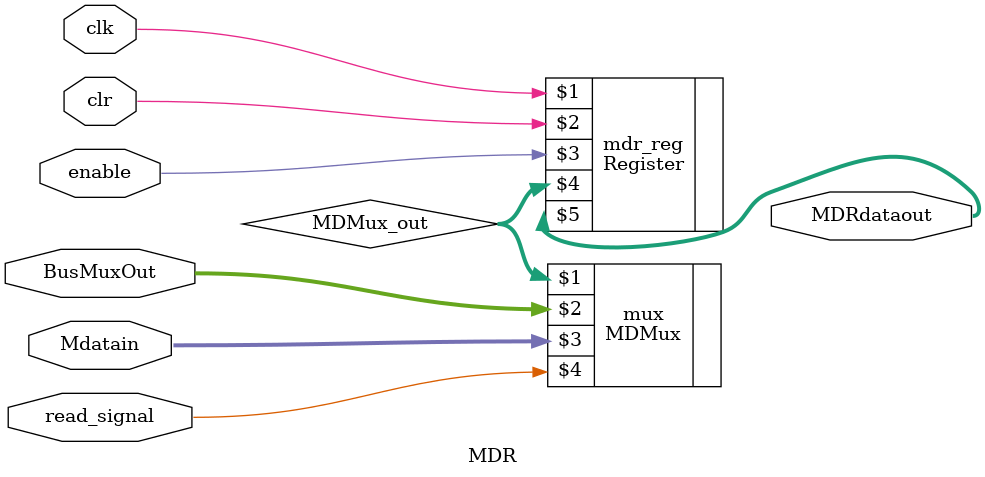
<source format=v>
module MDR(input [31:0] Mdatain, BusMuxOut, 
			  input clr, clk, enable, read_signal, 
			  output [31:0] MDRdataout);
   wire[31:0] MDMux_out;
    MDMux mux(MDMux_out, BusMuxOut, Mdatain, read_signal);
    Register mdr_reg(clk, clr, enable, MDMux_out, MDRdataout);
endmodule

</source>
